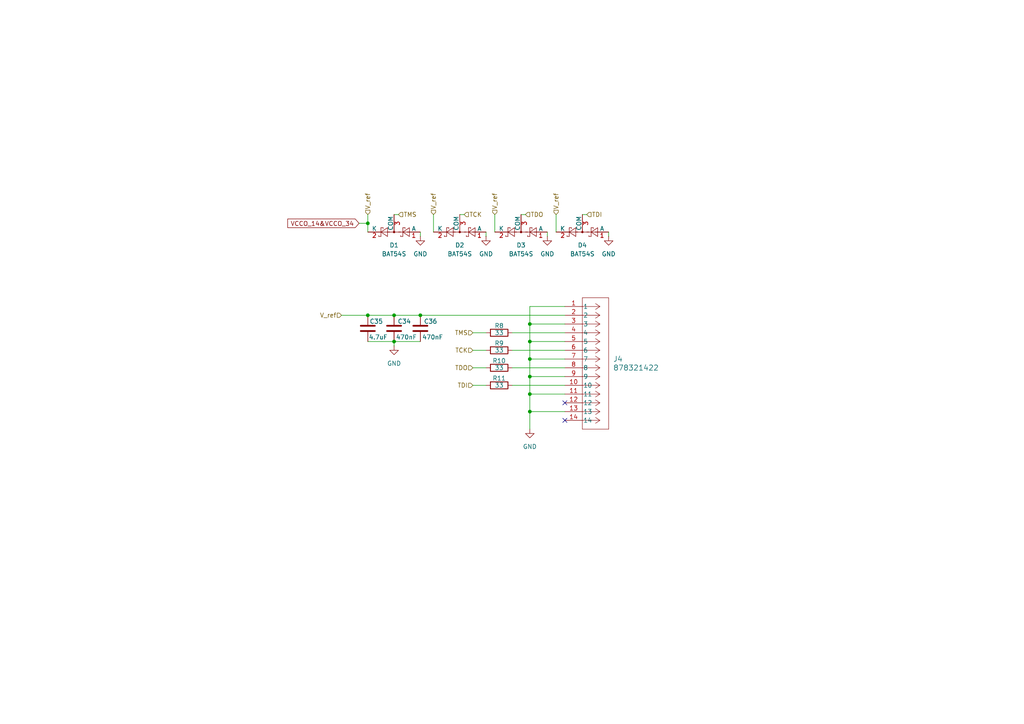
<source format=kicad_sch>
(kicad_sch (version 20250114) (generator "eeschema") (generator_version "9.0")
  (paper "A4")
  (lib_symbols
    (symbol "0_lib:878321422" (pin_names (offset 0.254))
      (property "Reference" "J" (at 8.89 6.35 0))
      (property "Value" "878321422" (at 0 0 0))
      (symbol "878321422_1_1"
        (polyline (pts (xy 5.08 2.54) (xy 5.08 -35.56)) (stroke (width 0.127)))
        (polyline (pts (xy 5.08 -35.56) (xy 12.7 -35.56)) (stroke (width 0.127)))
        (polyline (pts (xy 10.16 0) (xy 5.08 0)) (stroke (width 0.127)))
        (polyline (pts (xy 10.16 0) (xy 8.89 0.8467)) (stroke (width 0.127)))
        (polyline (pts (xy 10.16 0) (xy 8.89 -0.8467)) (stroke (width 0.127)))
        (polyline (pts (xy 10.16 -2.54) (xy 5.08 -2.54)) (stroke (width 0.127)))
        (polyline (pts (xy 10.16 -2.54) (xy 8.89 -1.6933)) (stroke (width 0.127)))
        (polyline (pts (xy 10.16 -2.54) (xy 8.89 -3.3867)) (stroke (width 0.127)))
        (polyline (pts (xy 10.16 -5.08) (xy 5.08 -5.08)) (stroke (width 0.127)))
        (polyline (pts (xy 10.16 -5.08) (xy 8.89 -4.2333)) (stroke (width 0.127)))
        (polyline (pts (xy 10.16 -5.08) (xy 8.89 -5.9267)) (stroke (width 0.127)))
        (polyline (pts (xy 10.16 -7.62) (xy 5.08 -7.62)) (stroke (width 0.127)))
        (polyline (pts (xy 10.16 -7.62) (xy 8.89 -6.7733)) (stroke (width 0.127)))
        (polyline (pts (xy 10.16 -7.62) (xy 8.89 -8.4667)) (stroke (width 0.127)))
        (polyline (pts (xy 10.16 -10.16) (xy 5.08 -10.16)) (stroke (width 0.127)))
        (polyline (pts (xy 10.16 -10.16) (xy 8.89 -9.3133)) (stroke (width 0.127)))
        (polyline (pts (xy 10.16 -10.16) (xy 8.89 -11.0067)) (stroke (width 0.127)))
        (polyline (pts (xy 10.16 -12.7) (xy 5.08 -12.7)) (stroke (width 0.127)))
        (polyline (pts (xy 10.16 -12.7) (xy 8.89 -11.8533)) (stroke (width 0.127)))
        (polyline (pts (xy 10.16 -12.7) (xy 8.89 -13.5467)) (stroke (width 0.127)))
        (polyline (pts (xy 10.16 -15.24) (xy 5.08 -15.24)) (stroke (width 0.127)))
        (polyline (pts (xy 10.16 -15.24) (xy 8.89 -14.3933)) (stroke (width 0.127)))
        (polyline (pts (xy 10.16 -15.24) (xy 8.89 -16.0867)) (stroke (width 0.127)))
        (polyline (pts (xy 10.16 -17.78) (xy 5.08 -17.78)) (stroke (width 0.127)))
        (polyline (pts (xy 10.16 -17.78) (xy 8.89 -16.9333)) (stroke (width 0.127)))
        (polyline (pts (xy 10.16 -17.78) (xy 8.89 -18.6267)) (stroke (width 0.127)))
        (polyline (pts (xy 10.16 -20.32) (xy 5.08 -20.32)) (stroke (width 0.127)))
        (polyline (pts (xy 10.16 -20.32) (xy 8.89 -19.4733)) (stroke (width 0.127)))
        (polyline (pts (xy 10.16 -20.32) (xy 8.89 -21.1667)) (stroke (width 0.127)))
        (polyline (pts (xy 10.16 -22.86) (xy 5.08 -22.86)) (stroke (width 0.127)))
        (polyline (pts (xy 10.16 -22.86) (xy 8.89 -22.0133)) (stroke (width 0.127)))
        (polyline (pts (xy 10.16 -22.86) (xy 8.89 -23.7067)) (stroke (width 0.127)))
        (polyline (pts (xy 10.16 -25.4) (xy 5.08 -25.4)) (stroke (width 0.127)))
        (polyline (pts (xy 10.16 -25.4) (xy 8.89 -24.5533)) (stroke (width 0.127)))
        (polyline (pts (xy 10.16 -25.4) (xy 8.89 -26.2467)) (stroke (width 0.127)))
        (polyline (pts (xy 10.16 -27.94) (xy 5.08 -27.94)) (stroke (width 0.127)))
        (polyline (pts (xy 10.16 -27.94) (xy 8.89 -27.0933)) (stroke (width 0.127)))
        (polyline (pts (xy 10.16 -27.94) (xy 8.89 -28.7867)) (stroke (width 0.127)))
        (polyline (pts (xy 10.16 -30.48) (xy 5.08 -30.48)) (stroke (width 0.127)))
        (polyline (pts (xy 10.16 -30.48) (xy 8.89 -29.6333)) (stroke (width 0.127)))
        (polyline (pts (xy 10.16 -30.48) (xy 8.89 -31.3267)) (stroke (width 0.127)))
        (polyline (pts (xy 10.16 -33.02) (xy 5.08 -33.02)) (stroke (width 0.127)))
        (polyline (pts (xy 10.16 -33.02) (xy 8.89 -32.1733)) (stroke (width 0.127)))
        (polyline (pts (xy 10.16 -33.02) (xy 8.89 -33.8667)) (stroke (width 0.127)))
        (polyline (pts (xy 12.7 2.54) (xy 5.08 2.54)) (stroke (width 0.127)))
        (polyline (pts (xy 12.7 -35.56) (xy 12.7 2.54)) (stroke (width 0.127)))
        (pin unspecified line (at 0 0 0) (length 5.08) (name "1") (number "1"))
        (pin unspecified line (at 0 -2.54 0) (length 5.08) (name "2") (number "2"))
        (pin unspecified line (at 0 -5.08 0) (length 5.08) (name "3") (number "3"))
        (pin unspecified line (at 0 -7.62 0) (length 5.08) (name "4") (number "4"))
        (pin unspecified line (at 0 -10.16 0) (length 5.08) (name "5") (number "5"))
        (pin unspecified line (at 0 -12.7 0) (length 5.08) (name "6") (number "6"))
        (pin unspecified line (at 0 -15.24 0) (length 5.08) (name "7") (number "7"))
        (pin unspecified line (at 0 -17.78 0) (length 5.08) (name "8") (number "8"))
        (pin unspecified line (at 0 -20.32 0) (length 5.08) (name "9") (number "9"))
        (pin unspecified line (at 0 -22.86 0) (length 5.08) (name "10") (number "10"))
        (pin unspecified line (at 0 -25.4 0) (length 5.08) (name "11") (number "11"))
        (pin unspecified line (at 0 -27.94 0) (length 5.08) (name "12") (number "12"))
        (pin unspecified line (at 0 -30.48 0) (length 5.08) (name "13") (number "13"))
        (pin unspecified line (at 0 -33.02 0) (length 5.08) (name "14") (number "14"))
      )
      (symbol "878321422_1_2"
        (polyline (pts (xy 5.08 2.54) (xy 5.08 -35.56)) (stroke (width 0.127)))
        (polyline (pts (xy 5.08 -35.56) (xy 12.7 -35.56)) (stroke (width 0.127)))
        (polyline (pts (xy 7.62 0) (xy 5.08 0)) (stroke (width 0.127)))
        (polyline (pts (xy 7.62 0) (xy 8.89 0.8467)) (stroke (width 0.127)))
        (polyline (pts (xy 7.62 0) (xy 8.89 -0.8467)) (stroke (width 0.127)))
        (polyline (pts (xy 7.62 -2.54) (xy 5.08 -2.54)) (stroke (width 0.127)))
        (polyline (pts (xy 7.62 -2.54) (xy 8.89 -1.6933)) (stroke (width 0.127)))
        (polyline (pts (xy 7.62 -2.54) (xy 8.89 -3.3867)) (stroke (width 0.127)))
        (polyline (pts (xy 7.62 -5.08) (xy 5.08 -5.08)) (stroke (width 0.127)))
        (polyline (pts (xy 7.62 -5.08) (xy 8.89 -4.2333)) (stroke (width 0.127)))
        (polyline (pts (xy 7.62 -5.08) (xy 8.89 -5.9267)) (stroke (width 0.127)))
        (polyline (pts (xy 7.62 -7.62) (xy 5.08 -7.62)) (stroke (width 0.127)))
        (polyline (pts (xy 7.62 -7.62) (xy 8.89 -6.7733)) (stroke (width 0.127)))
        (polyline (pts (xy 7.62 -7.62) (xy 8.89 -8.4667)) (stroke (width 0.127)))
        (polyline (pts (xy 7.62 -10.16) (xy 5.08 -10.16)) (stroke (width 0.127)))
        (polyline (pts (xy 7.62 -10.16) (xy 8.89 -9.3133)) (stroke (width 0.127)))
        (polyline (pts (xy 7.62 -10.16) (xy 8.89 -11.0067)) (stroke (width 0.127)))
        (polyline (pts (xy 7.62 -12.7) (xy 5.08 -12.7)) (stroke (width 0.127)))
        (polyline (pts (xy 7.62 -12.7) (xy 8.89 -11.8533)) (stroke (width 0.127)))
        (polyline (pts (xy 7.62 -12.7) (xy 8.89 -13.5467)) (stroke (width 0.127)))
        (polyline (pts (xy 7.62 -15.24) (xy 5.08 -15.24)) (stroke (width 0.127)))
        (polyline (pts (xy 7.62 -15.24) (xy 8.89 -14.3933)) (stroke (width 0.127)))
        (polyline (pts (xy 7.62 -15.24) (xy 8.89 -16.0867)) (stroke (width 0.127)))
        (polyline (pts (xy 7.62 -17.78) (xy 5.08 -17.78)) (stroke (width 0.127)))
        (polyline (pts (xy 7.62 -17.78) (xy 8.89 -16.9333)) (stroke (width 0.127)))
        (polyline (pts (xy 7.62 -17.78) (xy 8.89 -18.6267)) (stroke (width 0.127)))
        (polyline (pts (xy 7.62 -20.32) (xy 5.08 -20.32)) (stroke (width 0.127)))
        (polyline (pts (xy 7.62 -20.32) (xy 8.89 -19.4733)) (stroke (width 0.127)))
        (polyline (pts (xy 7.62 -20.32) (xy 8.89 -21.1667)) (stroke (width 0.127)))
        (polyline (pts (xy 7.62 -22.86) (xy 5.08 -22.86)) (stroke (width 0.127)))
        (polyline (pts (xy 7.62 -22.86) (xy 8.89 -22.0133)) (stroke (width 0.127)))
        (polyline (pts (xy 7.62 -22.86) (xy 8.89 -23.7067)) (stroke (width 0.127)))
        (polyline (pts (xy 7.62 -25.4) (xy 5.08 -25.4)) (stroke (width 0.127)))
        (polyline (pts (xy 7.62 -25.4) (xy 8.89 -24.5533)) (stroke (width 0.127)))
        (polyline (pts (xy 7.62 -25.4) (xy 8.89 -26.2467)) (stroke (width 0.127)))
        (polyline (pts (xy 7.62 -27.94) (xy 5.08 -27.94)) (stroke (width 0.127)))
        (polyline (pts (xy 7.62 -27.94) (xy 8.89 -27.0933)) (stroke (width 0.127)))
        (polyline (pts (xy 7.62 -27.94) (xy 8.89 -28.7867)) (stroke (width 0.127)))
        (polyline (pts (xy 7.62 -30.48) (xy 5.08 -30.48)) (stroke (width 0.127)))
        (polyline (pts (xy 7.62 -30.48) (xy 8.89 -29.6333)) (stroke (width 0.127)))
        (polyline (pts (xy 7.62 -30.48) (xy 8.89 -31.3267)) (stroke (width 0.127)))
        (polyline (pts (xy 7.62 -33.02) (xy 5.08 -33.02)) (stroke (width 0.127)))
        (polyline (pts (xy 7.62 -33.02) (xy 8.89 -32.1733)) (stroke (width 0.127)))
        (polyline (pts (xy 7.62 -33.02) (xy 8.89 -33.8667)) (stroke (width 0.127)))
        (polyline (pts (xy 12.7 2.54) (xy 5.08 2.54)) (stroke (width 0.127)))
        (polyline (pts (xy 12.7 -35.56) (xy 12.7 2.54)) (stroke (width 0.127)))
        (pin unspecified line (at 0 0 0) (length 5.08) (name "1") (number "1"))
        (pin unspecified line (at 0 -2.54 0) (length 5.08) (name "2") (number "2"))
        (pin unspecified line (at 0 -5.08 0) (length 5.08) (name "3") (number "3"))
        (pin unspecified line (at 0 -7.62 0) (length 5.08) (name "4") (number "4"))
        (pin unspecified line (at 0 -10.16 0) (length 5.08) (name "5") (number "5"))
        (pin unspecified line (at 0 -12.7 0) (length 5.08) (name "6") (number "6"))
        (pin unspecified line (at 0 -15.24 0) (length 5.08) (name "7") (number "7"))
        (pin unspecified line (at 0 -17.78 0) (length 5.08) (name "8") (number "8"))
        (pin unspecified line (at 0 -20.32 0) (length 5.08) (name "9") (number "9"))
        (pin unspecified line (at 0 -22.86 0) (length 5.08) (name "10") (number "10"))
        (pin unspecified line (at 0 -25.4 0) (length 5.08) (name "11") (number "11"))
        (pin unspecified line (at 0 -27.94 0) (length 5.08) (name "12") (number "12"))
        (pin unspecified line (at 0 -30.48 0) (length 5.08) (name "13") (number "13"))
        (pin unspecified line (at 0 -33.02 0) (length 5.08) (name "14") (number "14"))
      )
    )
    (symbol "Device:C" (pin_numbers (hide yes)) (pin_names (offset 0.254))
      (property "Reference" "C" (at 0.635 2.54 0))
      (property "Value" "C" (at 0.635 -2.54 0))
      (symbol "C_0_1"
        (polyline (pts (xy -2.032 0.762) (xy 2.032 0.762)) (stroke (width 0.508)))
        (polyline (pts (xy -2.032 -0.762) (xy 2.032 -0.762)) (stroke (width 0.508)))
      )
      (symbol "C_1_1"
        (pin passive line (at 0 3.81 270) (length 2.794) (name "~") (number "1"))
        (pin passive line (at 0 -3.81 90) (length 2.794) (name "~") (number "2"))
      )
    )
    (symbol "Device:R" (pin_numbers (hide yes)) (pin_names (offset 0))
      (property "Reference" "R" (at 2.032 0 90))
      (property "Value" "R" (at 0 0 90))
      (symbol "R_0_1"
        (rectangle (start -1.016 -2.54) (end 1.016 2.54) (stroke (width 0.254)))
      )
      (symbol "R_1_1"
        (pin passive line (at 0 3.81 270) (length 1.27) (name "~") (number "1"))
        (pin passive line (at 0 -3.81 90) (length 1.27) (name "~") (number "2"))
      )
    )
    (symbol "Diode:BAT54S" (pin_names (offset 0))
      (property "Reference" "D" (at 2.54 -5.08 0))
      (property "Value" "BAT54S" (at -6.35 3.175 0))
      (symbol "BAT54S_0_1"
        (polyline (pts (xy -4.445 1.27) (xy -4.445 -1.27) (xy -2.54 0) (xy -4.445 1.27)))
        (polyline (pts (xy -3.81 0) (xy -1.27 0)))
        (polyline (pts (xy -3.175 -1.27) (xy -3.175 -1.016)))
        (polyline (pts (xy -2.54 1.27) (xy -1.905 1.27)))
        (polyline (pts (xy -2.54 -1.27) (xy -3.175 -1.27)))
        (polyline (pts (xy -2.54 -1.27) (xy -2.54 1.27)))
        (polyline (pts (xy -1.905 1.27) (xy -1.905 1.016)))
        (polyline (pts (xy -1.905 0) (xy 1.905 0)))
        (circle (center 0 0) (radius 0.254) (fill (type outline)))
        (polyline (pts (xy 1.27 0) (xy 3.81 0)))
        (polyline (pts (xy 1.905 1.27) (xy 1.905 -1.27) (xy 3.81 0) (xy 1.905 1.27)))
        (polyline (pts (xy 3.175 -1.27) (xy 3.175 -1.016)))
        (polyline (pts (xy 3.81 1.27) (xy 4.445 1.27)))
        (polyline (pts (xy 3.81 -1.27) (xy 3.175 -1.27)))
        (polyline (pts (xy 3.81 -1.27) (xy 3.81 1.27)))
        (polyline (pts (xy 4.445 1.27) (xy 4.445 1.016)))
      )
      (symbol "BAT54S_1_1"
        (pin passive line (at -7.62 0 0) (length 3.81) (name "A") (number "1"))
        (pin passive line (at 0 -5.08 90) (length 5.08) (name "COM") (number "3"))
        (pin passive line (at 7.62 0 180) (length 3.81) (name "K") (number "2"))
      )
    )
    (symbol "power:GND" (power) (pin_numbers (hide yes)) (pin_names (offset 0) (hide yes))
      (property "Value" "GND" (at 0 -3.81 0))
      (symbol "GND_0_1"
        (polyline (pts (xy 0 0) (xy 0 -1.27) (xy 1.27 -1.27) (xy 0 -2.54) (xy -1.27 -1.27) (xy 0 -1.27)))
      )
      (symbol "GND_1_1"
        (pin power_in line (at 0 0 270) (length 0) (name "~") (number "1"))
      )
    )
  )
  (junction (at 106.68 64.77))
  (junction (at 153.67 109.22))
  (junction (at 106.68 91.44))
  (junction (at 153.67 104.14))
  (junction (at 153.67 93.98))
  (junction (at 114.3 91.44))
  (junction (at 153.67 119.38))
  (junction (at 153.67 114.3))
  (junction (at 121.92 91.44))
  (junction (at 153.67 99.06))
  (junction (at 114.3 99.06))
  (no_connect (at 163.83 116.84))
  (no_connect (at 163.83 121.92))
  (wire (pts (xy 153.67 99.06) (xy 163.83 99.06)))
  (wire (pts (xy 158.75 67.31) (xy 158.75 68.58)))
  (wire (pts (xy 151.13 62.23) (xy 152.4 62.23)))
  (wire (pts (xy 153.67 99.06) (xy 153.67 104.14)))
  (wire (pts (xy 163.83 88.9) (xy 153.67 88.9)))
  (wire (pts (xy 143.51 62.23) (xy 143.51 67.31)))
  (wire (pts (xy 99.06 91.44) (xy 106.68 91.44)))
  (wire (pts (xy 153.67 88.9) (xy 153.67 93.98)))
  (wire (pts (xy 125.73 62.23) (xy 125.73 67.31)))
  (wire (pts (xy 121.92 67.31) (xy 121.92 68.58)))
  (wire (pts (xy 153.67 93.98) (xy 153.67 99.06)))
  (wire (pts (xy 153.67 119.38) (xy 153.67 124.46)))
  (wire (pts (xy 148.59 101.6) (xy 163.83 101.6)))
  (wire (pts (xy 153.67 109.22) (xy 153.67 114.3)))
  (wire (pts (xy 148.59 96.52) (xy 163.83 96.52)))
  (wire (pts (xy 106.68 99.06) (xy 114.3 99.06)))
  (wire (pts (xy 176.53 67.31) (xy 176.53 68.58)))
  (wire (pts (xy 161.29 62.23) (xy 161.29 67.31)))
  (wire (pts (xy 114.3 91.44) (xy 121.92 91.44)))
  (wire (pts (xy 133.35 62.23) (xy 134.62 62.23)))
  (wire (pts (xy 137.16 106.68) (xy 140.97 106.68)))
  (wire (pts (xy 140.97 67.31) (xy 140.97 68.58)))
  (wire (pts (xy 106.68 64.77) (xy 106.68 67.31)))
  (wire (pts (xy 148.59 111.76) (xy 163.83 111.76)))
  (wire (pts (xy 163.83 119.38) (xy 153.67 119.38)))
  (wire (pts (xy 106.68 91.44) (xy 114.3 91.44)))
  (wire (pts (xy 137.16 111.76) (xy 140.97 111.76)))
  (wire (pts (xy 153.67 114.3) (xy 153.67 119.38)))
  (wire (pts (xy 163.83 93.98) (xy 153.67 93.98)))
  (wire (pts (xy 153.67 114.3) (xy 163.83 114.3)))
  (wire (pts (xy 137.16 101.6) (xy 140.97 101.6)))
  (wire (pts (xy 106.68 62.23) (xy 106.68 64.77)))
  (wire (pts (xy 104.14 64.77) (xy 106.68 64.77)))
  (wire (pts (xy 114.3 99.06) (xy 121.92 99.06)))
  (wire (pts (xy 163.83 104.14) (xy 153.67 104.14)))
  (wire (pts (xy 163.83 109.22) (xy 153.67 109.22)))
  (wire (pts (xy 148.59 106.68) (xy 163.83 106.68)))
  (wire (pts (xy 114.3 99.06) (xy 114.3 100.33)))
  (wire (pts (xy 168.91 62.23) (xy 170.18 62.23)))
  (wire (pts (xy 121.92 91.44) (xy 163.83 91.44)))
  (wire (pts (xy 153.67 104.14) (xy 153.67 109.22)))
  (wire (pts (xy 137.16 96.52) (xy 140.97 96.52)))
  (wire (pts (xy 114.3 62.23) (xy 115.57 62.23)))
  (global_label "VCCO_14&VCCO_34" (shape input) (at 104.14 64.77 180) (property "Intersheetrefs" "${INTERSHEET_REFS}" (effects (hide yes))))
  (hierarchical_label "TCK" (shape input) (at 134.62 62.23 0))
  (hierarchical_label "TDO" (shape input) (at 152.4 62.23 0))
  (hierarchical_label "TMS" (shape input) (at 137.16 96.52 180))
  (hierarchical_label "V_ref" (shape input) (at 99.06 91.44 180))
  (hierarchical_label "TDO" (shape input) (at 137.16 106.68 180))
  (hierarchical_label "TDI" (shape input) (at 170.18 62.23 0))
  (hierarchical_label "V_ref" (shape input) (at 106.68 62.23 90))
  (hierarchical_label "TDI" (shape input) (at 137.16 111.76 180))
  (hierarchical_label "TMS" (shape input) (at 115.57 62.23 0))
  (hierarchical_label "V_ref" (shape input) (at 125.73 62.23 90))
  (hierarchical_label "V_ref" (shape input) (at 143.51 62.23 90))
  (hierarchical_label "V_ref" (shape input) (at 161.29 62.23 90))
  (hierarchical_label "TCK" (shape input) (at 137.16 101.6 180))
  (symbol (lib_id "Device:C") (at 106.68 95.25 0) (unit 1)
    (property "Reference" "C35" (at 107.188 93.218 0) (effects (justify left)))
    (property "Value" "4.7uF" (at 106.934 97.79 0) (effects (justify left)))
    (property "Footprint" "Capacitor_SMD:C_0603_1608Metric" (effects (hide yes)))
    (property "Description" "Unpolarized capacitor" (effects (hide yes)))
  )
  (symbol (lib_id "0_lib:878321422") (at 163.83 88.9 0) (unit 1)
    (property "Reference" "J4" (at 177.8 104.1399 0) (effects (font (size 1.524 1.524)) (justify left)))
    (property "Value" "878321422" (at 177.8 106.6799 0) (effects (font (size 1.524 1.524)) (justify left)))
    (property "Footprint" "0_lib:CONN14_878321422_MOL" (effects (hide yes)))
    (property "Datasheet" "https://www.molex.com/en-us/products/part-detail-pdf/878321422?display=pdf" (effects (hide yes)))
  )
  (symbol (lib_id "Device:R") (at 144.78 96.52 90) (mirror x) (unit 1)
    (property "Reference" "R8" (at 144.78 94.488 90))
    (property "Value" "33" (at 144.78 96.52 90))
    (property "Footprint" "Resistor_SMD:R_0402_1005Metric" (effects (hide yes)))
    (property "Description" "Resistor" (effects (hide yes)))
  )
  (symbol (lib_id "Diode:BAT54S") (at 151.13 67.31 180) (unit 1)
    (property "Reference" "D3" (at 151.13 71.12 0))
    (property "Value" "BAT54S" (at 151.13 73.66 0))
    (property "Footprint" "Package_TO_SOT_SMD:SOT-23" (effects (hide yes)))
    (property "Datasheet" "https://www.diodes.com/assets/Datasheets/ds11005.pdf" (effects (hide yes)))
    (property "Description" "Vr 30V, If 200mA, Dual schottky barrier diode, in series, SOT-323" (effects (hide yes)))
  )
  (symbol (lib_id "Device:R") (at 144.78 106.68 90) (mirror x) (unit 1)
    (property "Reference" "R10" (at 144.78 104.648 90))
    (property "Value" "33" (at 144.78 106.68 90))
    (property "Footprint" "Resistor_SMD:R_0402_1005Metric" (effects (hide yes)))
    (property "Description" "Resistor" (effects (hide yes)))
  )
  (symbol (lib_id "Device:C") (at 114.3 95.25 0) (unit 1)
    (property "Reference" "C34" (at 115.316 93.218 0) (effects (justify left)))
    (property "Value" "470nF" (at 114.808 97.79 0) (effects (justify left)))
    (property "Footprint" "Capacitor_SMD:C_0402_1005Metric" (effects (hide yes)))
    (property "Description" "Unpolarized capacitor" (effects (hide yes)))
  )
  (symbol (lib_id "Diode:BAT54S") (at 168.91 67.31 180) (unit 1)
    (property "Reference" "D4" (at 168.91 71.12 0))
    (property "Value" "BAT54S" (at 168.91 73.66 0))
    (property "Footprint" "Package_TO_SOT_SMD:SOT-23" (effects (hide yes)))
    (property "Datasheet" "https://www.diodes.com/assets/Datasheets/ds11005.pdf" (effects (hide yes)))
    (property "Description" "Vr 30V, If 200mA, Dual schottky barrier diode, in series, SOT-323" (effects (hide yes)))
  )
  (symbol (lib_id "power:GND") (at 140.97 68.58 0) (unit 1)
    (property "Reference" "#PWR019" (effects (hide yes)))
    (property "Value" "GND" (at 140.97 73.66 0))
    (property "Description" "Power symbol creates a global label with name \"GND\" , ground" (effects (hide yes)))
  )
  (symbol (lib_id "Device:C") (at 121.92 95.25 0) (unit 1)
    (property "Reference" "C36" (at 122.936 93.218 0) (effects (justify left)))
    (property "Value" "470nF" (at 122.428 97.79 0) (effects (justify left)))
    (property "Footprint" "Capacitor_SMD:C_0402_1005Metric" (effects (hide yes)))
    (property "Description" "Unpolarized capacitor" (effects (hide yes)))
  )
  (symbol (lib_id "power:GND") (at 158.75 68.58 0) (unit 1)
    (property "Reference" "#PWR020" (effects (hide yes)))
    (property "Value" "GND" (at 158.75 73.66 0))
    (property "Description" "Power symbol creates a global label with name \"GND\" , ground" (effects (hide yes)))
  )
  (symbol (lib_id "power:GND") (at 153.67 124.46 0) (unit 1)
    (property "Reference" "#PWR017" (effects (hide yes)))
    (property "Value" "GND" (at 153.67 129.54 0))
    (property "Description" "Power symbol creates a global label with name \"GND\" , ground" (effects (hide yes)))
  )
  (symbol (lib_id "power:GND") (at 114.3 100.33 0) (unit 1)
    (property "Reference" "#PWR022" (effects (hide yes)))
    (property "Value" "GND" (at 114.3 105.41 0))
    (property "Description" "Power symbol creates a global label with name \"GND\" , ground" (effects (hide yes)))
  )
  (symbol (lib_id "Diode:BAT54S") (at 133.35 67.31 180) (unit 1)
    (property "Reference" "D2" (at 133.35 71.12 0))
    (property "Value" "BAT54S" (at 133.35 73.66 0))
    (property "Footprint" "Package_TO_SOT_SMD:SOT-23" (effects (hide yes)))
    (property "Datasheet" "https://www.diodes.com/assets/Datasheets/ds11005.pdf" (effects (hide yes)))
    (property "Description" "Vr 30V, If 200mA, Dual schottky barrier diode, in series, SOT-323" (effects (hide yes)))
  )
  (symbol (lib_id "Diode:BAT54S") (at 114.3 67.31 180) (unit 1)
    (property "Reference" "D1" (at 114.3 71.12 0))
    (property "Value" "BAT54S" (at 114.3 73.66 0))
    (property "Footprint" "Package_TO_SOT_SMD:SOT-23" (effects (hide yes)))
    (property "Datasheet" "https://www.diodes.com/assets/Datasheets/ds11005.pdf" (effects (hide yes)))
    (property "Description" "Vr 30V, If 200mA, Dual schottky barrier diode, in series, SOT-323" (effects (hide yes)))
  )
  (symbol (lib_id "Device:R") (at 144.78 111.76 90) (mirror x) (unit 1)
    (property "Reference" "R11" (at 144.78 109.728 90))
    (property "Value" "33" (at 144.78 111.76 90))
    (property "Footprint" "Resistor_SMD:R_0402_1005Metric" (effects (hide yes)))
    (property "Description" "Resistor" (effects (hide yes)))
  )
  (symbol (lib_id "Device:R") (at 144.78 101.6 90) (mirror x) (unit 1)
    (property "Reference" "R9" (at 144.78 99.568 90))
    (property "Value" "33" (at 144.78 101.6 90))
    (property "Footprint" "Resistor_SMD:R_0402_1005Metric" (effects (hide yes)))
    (property "Description" "Resistor" (effects (hide yes)))
  )
  (symbol (lib_id "power:GND") (at 121.92 68.58 0) (unit 1)
    (property "Reference" "#PWR018" (effects (hide yes)))
    (property "Value" "GND" (at 121.92 73.66 0))
    (property "Description" "Power symbol creates a global label with name \"GND\" , ground" (effects (hide yes)))
  )
  (symbol (lib_id "power:GND") (at 176.53 68.58 0) (unit 1)
    (property "Reference" "#PWR021" (effects (hide yes)))
    (property "Value" "GND" (at 176.53 73.66 0))
    (property "Description" "Power symbol creates a global label with name \"GND\" , ground" (effects (hide yes)))
  )
)
</source>
